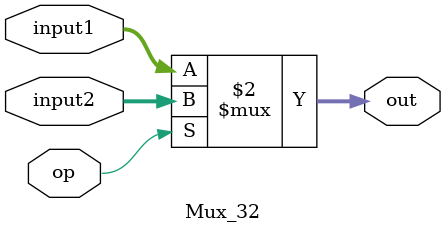
<source format=v>
`timescale 1ns / 1ps
module Mux_32(input1, input2, op, out);
	input [31:0] input1, input2;
	input op;
	output [31:0] out;
	
	assign out = op == 0 ? input1 : input2;
endmodule

</source>
